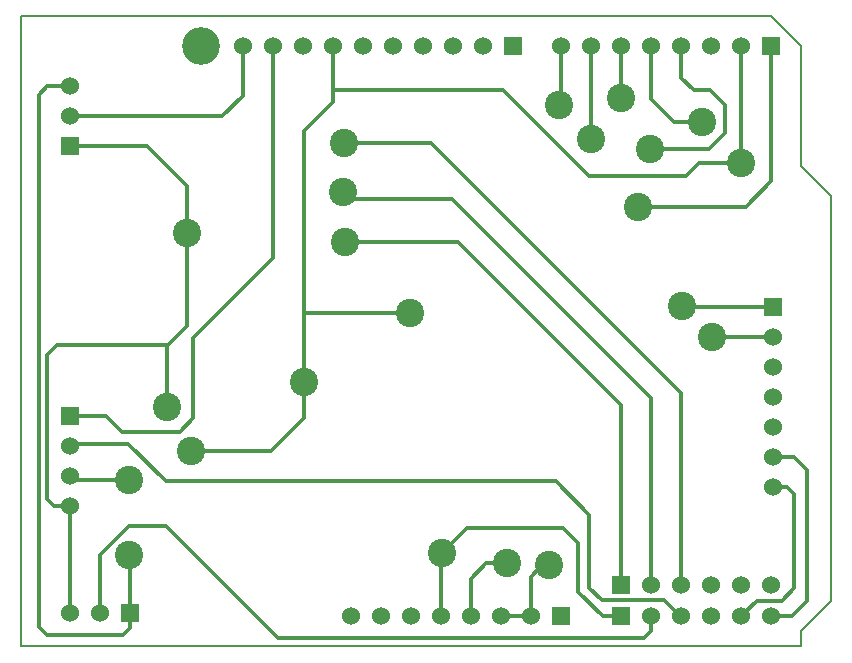
<source format=gbl>
G04 Layer_Physical_Order=2*
G04 Layer_Color=16711680*
%FSLAX24Y24*%
%MOIN*%
G70*
G01*
G75*
%ADD18C,0.0120*%
%ADD19C,0.0050*%
%ADD20C,0.0600*%
%ADD21R,0.0600X0.0600*%
%ADD22R,0.0600X0.0600*%
%ADD23C,0.1260*%
%ADD24C,0.0945*%
D18*
X21000Y2060D02*
Y8280D01*
X14360Y14920D02*
X21000Y8280D01*
X10950Y14920D02*
X14360D01*
X22000Y2060D02*
Y8450D01*
X13680Y16770D02*
X22000Y8450D01*
X10750Y16770D02*
X13680D01*
X20000Y2060D02*
Y8050D01*
X14560Y13490D02*
X20000Y8050D01*
X10790Y13490D02*
X14560D01*
X10720Y15150D02*
X10950Y14920D01*
X19350Y1540D02*
X21430D01*
X18940Y1950D02*
X19350Y1540D01*
X18940Y1950D02*
Y4390D01*
X17820Y5510D02*
X18940Y4390D01*
X5530Y10680D02*
Y15350D01*
X18070Y3940D02*
X18570Y3440D01*
Y1820D02*
Y3440D01*
Y1820D02*
X19390Y1000D01*
X21430Y1540D02*
X21970Y1000D01*
X22000D01*
X4816Y5510D02*
X17820D01*
X14030Y3110D02*
X14860Y3940D01*
X14000Y3080D02*
X14030Y3110D01*
X14860Y3940D02*
X18070D01*
X14000Y1000D02*
Y3080D01*
X20770Y280D02*
X21000Y510D01*
X8560Y280D02*
X20770D01*
X4820Y4020D02*
X8560Y280D01*
X21000Y510D02*
Y1000D01*
X3585Y4020D02*
X4820D01*
X17000Y2320D02*
X17580Y2900D01*
X3630Y2810D02*
X3880Y3060D01*
X1640Y5680D02*
X1760Y5560D01*
X3590D01*
X2630Y1130D02*
Y3065D01*
X3585Y4020D01*
X3590Y3060D02*
X3880D01*
X17600Y2710D02*
Y2880D01*
X17580Y2900D02*
X17600Y2880D01*
X22040Y11340D02*
X22050Y11330D01*
X25070D01*
X10400Y18550D02*
Y20000D01*
Y18160D02*
Y18550D01*
X10410Y18540D01*
X16070D01*
X18940Y15670D01*
X22170D01*
X22610Y16110D01*
X24010D01*
X4210Y16670D02*
X5530Y15350D01*
X1640Y16670D02*
X4210D01*
X4900Y10050D02*
X5530Y10680D01*
X9440Y11110D02*
Y17160D01*
Y8820D02*
Y11110D01*
X18990Y19990D02*
X19000Y19980D01*
X9440Y11110D02*
X12950D01*
X8340Y6520D02*
X9440Y7620D01*
X9420Y17180D02*
X9440Y17160D01*
Y7620D02*
Y8820D01*
X9420Y17180D02*
X10400Y18160D01*
X20980Y16590D02*
X22920D01*
X23450Y17120D01*
Y18060D01*
X22970Y18540D02*
X23450Y18060D01*
X22420Y18540D02*
X22970D01*
X22000Y18960D02*
X22420Y18540D01*
X22000Y18960D02*
Y20000D01*
X21750Y17490D02*
X22700D01*
X21000Y18240D02*
X21750Y17490D01*
X21000Y18240D02*
Y20000D01*
X20560Y14660D02*
X24150D01*
X25000Y15510D01*
Y20000D01*
X22000Y1000D02*
X22110D01*
X19390D02*
X20000D01*
X25750Y6330D02*
X26200Y5880D01*
Y1510D02*
Y5880D01*
X25690Y1000D02*
X26200Y1510D01*
X25000Y1000D02*
X25690D01*
X25770Y1950D02*
Y5080D01*
X25350Y1530D02*
X25770Y1950D01*
X24530Y1530D02*
X25350D01*
X24000Y1000D02*
X24530Y1530D01*
X25520Y5330D02*
X25770Y5080D01*
X25070Y5330D02*
X25520D01*
X5680Y6520D02*
X8340D01*
X1710Y6750D02*
X3576D01*
X1640Y6680D02*
X1710Y6750D01*
X3576D02*
X4816Y5510D01*
X5730Y7600D02*
Y10280D01*
X5290Y7160D02*
X5730Y7600D01*
X3350Y7160D02*
X5290D01*
X5730Y10280D02*
X8400Y12950D01*
Y20000D01*
X1210Y10050D02*
X4880D01*
Y7990D02*
Y10020D01*
Y10050D02*
X4900D01*
X4880D02*
Y10060D01*
Y10030D02*
Y10050D01*
X23040Y10320D02*
X23050Y10330D01*
X25070D01*
X600Y640D02*
Y18390D01*
X880Y18670D01*
X1640D01*
X1100Y4680D02*
X1640D01*
X870Y4910D02*
X1100Y4680D01*
X870Y4910D02*
Y9710D01*
X3410Y380D02*
X3630Y600D01*
X860Y380D02*
X3410D01*
X600Y640D02*
X860Y380D01*
X870Y9710D02*
X1210Y10050D01*
X3630Y600D02*
Y1130D01*
X17000Y1000D02*
Y2320D01*
X16000Y1000D02*
X17000D01*
X3630Y1130D02*
Y2810D01*
X19000Y16910D02*
Y19980D01*
X18990Y19990D02*
X19000Y20000D01*
X24000Y16120D02*
X24010Y16110D01*
X24000Y16120D02*
Y20000D01*
X20000Y18280D02*
Y20000D01*
X17940Y18050D02*
X18000Y18110D01*
Y20000D01*
X15510Y2770D02*
X16200D01*
X15000Y2260D02*
X15510Y2770D01*
X15000Y1000D02*
Y2260D01*
X2830Y7680D02*
X3350Y7160D01*
X1640Y7680D02*
X2830D01*
X1640Y17670D02*
X6710D01*
X7400Y18360D01*
Y20000D01*
X25070Y6330D02*
X25750D01*
X1630Y1130D02*
X1640Y1140D01*
Y4680D01*
D19*
X0Y21000D02*
X25000D01*
X0Y0D02*
X26000D01*
X0D02*
Y21000D01*
X25000D02*
X26000Y20000D01*
Y16000D02*
Y20000D01*
Y16000D02*
X27000Y15000D01*
Y1500D02*
Y15000D01*
X26000Y500D02*
X27000Y1500D01*
X26000Y0D02*
Y500D01*
D20*
X25000Y2060D02*
D03*
X24000D02*
D03*
X23000D02*
D03*
X22000D02*
D03*
X21000D02*
D03*
X1630Y1130D02*
D03*
X2630D02*
D03*
X1640Y4680D02*
D03*
Y6680D02*
D03*
Y5680D02*
D03*
X25070Y8330D02*
D03*
Y7330D02*
D03*
Y6330D02*
D03*
Y5330D02*
D03*
Y10330D02*
D03*
Y9330D02*
D03*
X1640Y18670D02*
D03*
Y17670D02*
D03*
X22000Y20000D02*
D03*
X21000D02*
D03*
X20000D02*
D03*
X19000D02*
D03*
X18000D02*
D03*
X24000D02*
D03*
X23000D02*
D03*
X15400D02*
D03*
X14400D02*
D03*
X13400D02*
D03*
X12400D02*
D03*
X11400D02*
D03*
X10400D02*
D03*
X9400D02*
D03*
X8400D02*
D03*
X7400D02*
D03*
X15000Y1000D02*
D03*
X14000D02*
D03*
X13000D02*
D03*
X12000D02*
D03*
X11000D02*
D03*
X17000D02*
D03*
X16000D02*
D03*
X21000D02*
D03*
X22000D02*
D03*
X23000D02*
D03*
X24000D02*
D03*
X25000D02*
D03*
D21*
X20000Y2060D02*
D03*
X3630Y1130D02*
D03*
X25000Y20000D02*
D03*
X16400D02*
D03*
X18000Y1000D02*
D03*
X20000D02*
D03*
D22*
X1640Y7680D02*
D03*
X25070Y11330D02*
D03*
X1640Y16670D02*
D03*
D23*
X6000Y20000D02*
D03*
D24*
X14030Y3110D02*
D03*
X3590Y5560D02*
D03*
Y3060D02*
D03*
X17600Y2710D02*
D03*
X22040Y11340D02*
D03*
X5520Y13780D02*
D03*
X10750Y16770D02*
D03*
X9440Y8820D02*
D03*
X22700Y17490D02*
D03*
X20560Y14660D02*
D03*
X12950Y11110D02*
D03*
X5680Y6520D02*
D03*
X23040Y10320D02*
D03*
X20980Y16590D02*
D03*
X19000Y16910D02*
D03*
X24010Y16110D02*
D03*
X20000Y18280D02*
D03*
X17940Y18050D02*
D03*
X10790Y13490D02*
D03*
X10720Y15150D02*
D03*
X4880Y7990D02*
D03*
X16200Y2770D02*
D03*
M02*

</source>
